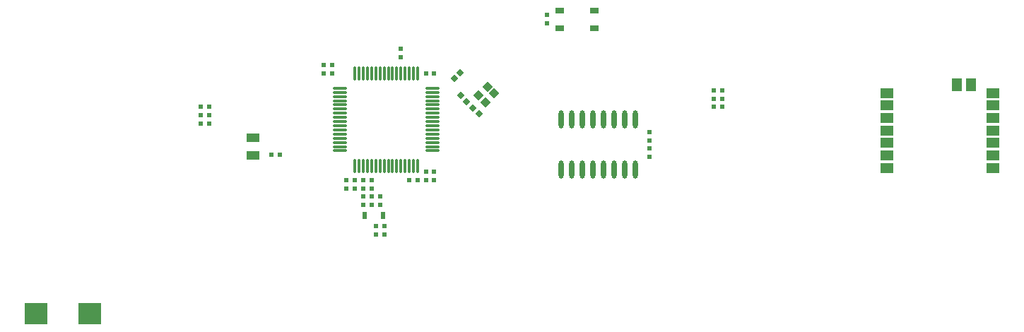
<source format=gbp>
G04 Layer_Color=128*
%FSLAX44Y44*%
%MOMM*%
G71*
G01*
G75*
%ADD11R,0.6000X0.6000*%
%ADD12R,0.6000X0.6000*%
%ADD18R,1.5000X1.0000*%
%ADD26O,0.6000X2.1500*%
%ADD52R,2.7700X2.5500*%
%ADD53P,0.8485X4X270.0*%
%ADD54P,0.8485X4X360.0*%
%ADD55R,0.6300X0.8300*%
%ADD56R,1.0500X0.6500*%
%ADD57O,1.8000X0.3000*%
%ADD58O,0.3000X1.8000*%
G04:AMPARAMS|DCode=59|XSize=0.95mm|YSize=0.85mm|CornerRadius=0mm|HoleSize=0mm|Usage=FLASHONLY|Rotation=45.000|XOffset=0mm|YOffset=0mm|HoleType=Round|Shape=Rectangle|*
%AMROTATEDRECTD59*
4,1,4,-0.0353,-0.6364,-0.6364,-0.0353,0.0353,0.6364,0.6364,0.0353,-0.0353,-0.6364,0.0*
%
%ADD59ROTATEDRECTD59*%

%ADD60R,1.5000X1.2000*%
%ADD61R,1.2000X1.5000*%
D11*
X500000Y395000D02*
D03*
Y405000D02*
D03*
X547500Y267500D02*
D03*
Y257500D02*
D03*
X767500Y455000D02*
D03*
Y465000D02*
D03*
X527500Y257500D02*
D03*
Y267500D02*
D03*
X510000Y405000D02*
D03*
Y395000D02*
D03*
X537500Y257500D02*
D03*
Y267500D02*
D03*
X622500Y267500D02*
D03*
Y277500D02*
D03*
X890000Y295000D02*
D03*
Y305000D02*
D03*
Y315000D02*
D03*
Y325000D02*
D03*
X632500Y277500D02*
D03*
Y267500D02*
D03*
X557500Y257500D02*
D03*
Y267500D02*
D03*
X592500Y425000D02*
D03*
Y415000D02*
D03*
X567500Y247500D02*
D03*
Y237500D02*
D03*
D12*
X612500Y267500D02*
D03*
X602500D02*
D03*
X632500Y395000D02*
D03*
X622500D02*
D03*
X547500Y247500D02*
D03*
X557500D02*
D03*
X572500Y212500D02*
D03*
X562500D02*
D03*
X362500Y355000D02*
D03*
X352500D02*
D03*
X437500Y297500D02*
D03*
X447500D02*
D03*
X362500Y335000D02*
D03*
X352500D02*
D03*
X362500Y345000D02*
D03*
X352500D02*
D03*
X967500Y355000D02*
D03*
X977500D02*
D03*
X572500Y202500D02*
D03*
X562500D02*
D03*
X967500Y365000D02*
D03*
X977500D02*
D03*
X967500Y375000D02*
D03*
X977500D02*
D03*
X547500Y237500D02*
D03*
X557500D02*
D03*
D18*
X415000Y318000D02*
D03*
Y297000D02*
D03*
D26*
X873100Y280000D02*
D03*
X860400D02*
D03*
X847700D02*
D03*
X835000D02*
D03*
X822300D02*
D03*
X809600D02*
D03*
X796900D02*
D03*
X784200D02*
D03*
X873100Y340000D02*
D03*
X860400D02*
D03*
X847700D02*
D03*
X835000D02*
D03*
X822300D02*
D03*
X809600D02*
D03*
X796900D02*
D03*
X784200D02*
D03*
D52*
X155300Y107500D02*
D03*
X219700D02*
D03*
D53*
X671036Y361465D02*
D03*
X663964Y368535D02*
D03*
X686036Y346465D02*
D03*
X678964Y353535D02*
D03*
D54*
X663536Y396036D02*
D03*
X656464Y388965D02*
D03*
D55*
X571100Y225000D02*
D03*
X548900D02*
D03*
D56*
X782900Y449250D02*
D03*
Y470750D02*
D03*
X824400D02*
D03*
Y449250D02*
D03*
D57*
X630500Y377500D02*
D03*
Y372500D02*
D03*
Y367500D02*
D03*
Y362500D02*
D03*
Y357500D02*
D03*
Y352500D02*
D03*
Y347500D02*
D03*
Y342500D02*
D03*
Y337500D02*
D03*
Y332500D02*
D03*
Y327500D02*
D03*
Y322500D02*
D03*
Y317500D02*
D03*
Y312500D02*
D03*
Y307500D02*
D03*
Y302500D02*
D03*
X519500D02*
D03*
Y307500D02*
D03*
Y312500D02*
D03*
Y317500D02*
D03*
Y322500D02*
D03*
Y327500D02*
D03*
Y332500D02*
D03*
Y337500D02*
D03*
Y342500D02*
D03*
Y347500D02*
D03*
Y352500D02*
D03*
Y357500D02*
D03*
Y362500D02*
D03*
Y367500D02*
D03*
Y372500D02*
D03*
Y377500D02*
D03*
D58*
X612500Y284500D02*
D03*
X607500D02*
D03*
X602500D02*
D03*
X597500D02*
D03*
X592500D02*
D03*
X587500D02*
D03*
X582500D02*
D03*
X577500D02*
D03*
X572500D02*
D03*
X567500D02*
D03*
X562500D02*
D03*
X557500D02*
D03*
X552500D02*
D03*
X547500D02*
D03*
X542500D02*
D03*
X537500D02*
D03*
Y395500D02*
D03*
X542500D02*
D03*
X547500D02*
D03*
X552500D02*
D03*
X557500D02*
D03*
X562500D02*
D03*
X567500D02*
D03*
X572500D02*
D03*
X577500D02*
D03*
X582500D02*
D03*
X587500D02*
D03*
X592500D02*
D03*
X597500D02*
D03*
X602500D02*
D03*
X607500D02*
D03*
X612500D02*
D03*
D59*
X704192Y371061D02*
D03*
X696061Y379192D02*
D03*
X685808Y368939D02*
D03*
X693939Y360808D02*
D03*
D60*
X1174800Y371750D02*
D03*
Y356750D02*
D03*
Y341750D02*
D03*
Y326750D02*
D03*
Y311750D02*
D03*
Y296750D02*
D03*
Y281750D02*
D03*
X1302200Y371750D02*
D03*
Y356750D02*
D03*
Y341750D02*
D03*
Y326750D02*
D03*
Y311750D02*
D03*
Y296750D02*
D03*
Y281750D02*
D03*
D61*
X1258700Y381750D02*
D03*
X1275200D02*
D03*
M02*

</source>
